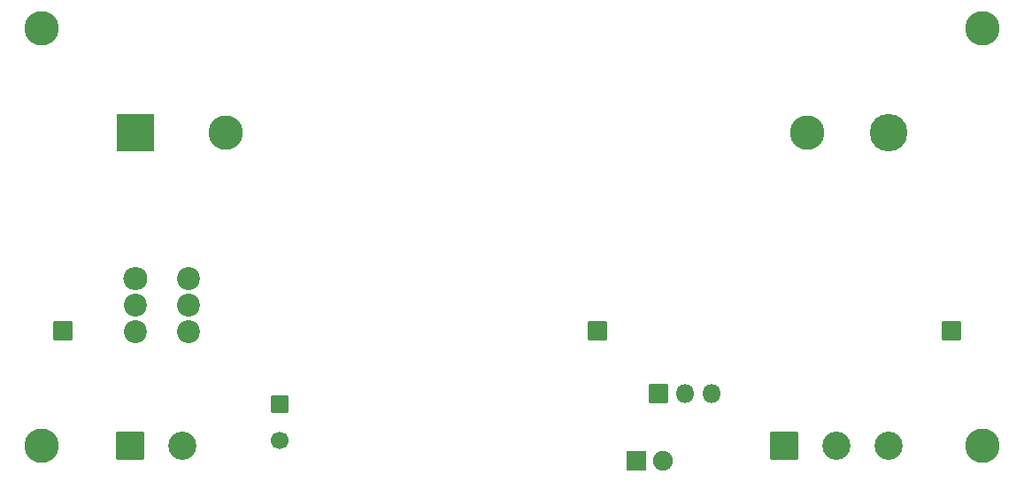
<source format=gbs>
G04 #@! TF.GenerationSoftware,KiCad,Pcbnew,(6.0.0)*
G04 #@! TF.CreationDate,2022-01-21T19:36:15+00:00*
G04 #@! TF.ProjectId,MaxPower,4d617850-6f77-4657-922e-6b696361645f,rev?*
G04 #@! TF.SameCoordinates,Original*
G04 #@! TF.FileFunction,Soldermask,Bot*
G04 #@! TF.FilePolarity,Negative*
%FSLAX46Y46*%
G04 Gerber Fmt 4.6, Leading zero omitted, Abs format (unit mm)*
G04 Created by KiCad (PCBNEW (6.0.0)) date 2022-01-21 19:36:15*
%MOMM*%
%LPD*%
G01*
G04 APERTURE LIST*
G04 Aperture macros list*
%AMRoundRect*
0 Rectangle with rounded corners*
0 $1 Rounding radius*
0 $2 $3 $4 $5 $6 $7 $8 $9 X,Y pos of 4 corners*
0 Add a 4 corners polygon primitive as box body*
4,1,4,$2,$3,$4,$5,$6,$7,$8,$9,$2,$3,0*
0 Add four circle primitives for the rounded corners*
1,1,$1+$1,$2,$3*
1,1,$1+$1,$4,$5*
1,1,$1+$1,$6,$7*
1,1,$1+$1,$8,$9*
0 Add four rect primitives between the rounded corners*
20,1,$1+$1,$2,$3,$4,$5,0*
20,1,$1+$1,$4,$5,$6,$7,0*
20,1,$1+$1,$6,$7,$8,$9,0*
20,1,$1+$1,$8,$9,$2,$3,0*%
G04 Aperture macros list end*
%ADD10RoundRect,0.050000X-1.300000X-1.300000X1.300000X-1.300000X1.300000X1.300000X-1.300000X1.300000X0*%
%ADD11C,2.700000*%
%ADD12O,2.300000X2.200000*%
%ADD13C,2.200000*%
%ADD14RoundRect,0.050000X-0.850000X-0.850000X0.850000X-0.850000X0.850000X0.850000X-0.850000X0.850000X0*%
%ADD15C,3.300000*%
%ADD16RoundRect,0.050000X-0.800000X0.800000X-0.800000X-0.800000X0.800000X-0.800000X0.800000X0.800000X0*%
%ADD17C,1.700000*%
%ADD18RoundRect,0.050000X-1.750000X-1.750000X1.750000X-1.750000X1.750000X1.750000X-1.750000X1.750000X0*%
%ADD19C,3.600000*%
%ADD20RoundRect,0.050000X0.850000X-0.850000X0.850000X0.850000X-0.850000X0.850000X-0.850000X-0.850000X0*%
%ADD21O,1.800000X1.800000*%
%ADD22RoundRect,0.050000X-0.900000X-0.900000X0.900000X-0.900000X0.900000X0.900000X-0.900000X0.900000X0*%
%ADD23C,1.900000*%
G04 APERTURE END LIST*
D10*
X113500000Y-145000000D03*
D11*
X118500000Y-145000000D03*
D12*
X113960000Y-128960000D03*
D13*
X113960000Y-131500000D03*
X113960000Y-134040000D03*
X119040000Y-134040000D03*
X119040000Y-131500000D03*
X119040000Y-128960000D03*
D14*
X158200000Y-134000000D03*
D15*
X195000000Y-105000000D03*
X105000000Y-105000000D03*
D16*
X127762000Y-140970000D03*
D17*
X127762000Y-144470000D03*
D15*
X178255000Y-115000000D03*
X122645000Y-115000000D03*
D18*
X114000000Y-115000000D03*
D19*
X186000000Y-115000000D03*
D20*
X164000000Y-140000000D03*
D21*
X166540000Y-140000000D03*
X169080000Y-140000000D03*
D22*
X161900000Y-146400000D03*
D23*
X164440000Y-146400000D03*
D15*
X195000000Y-145000000D03*
X105000000Y-145000000D03*
D14*
X107000000Y-134000000D03*
D10*
X176000000Y-145000000D03*
D11*
X181000000Y-145000000D03*
X186000000Y-145000000D03*
D14*
X192000000Y-134000000D03*
M02*

</source>
